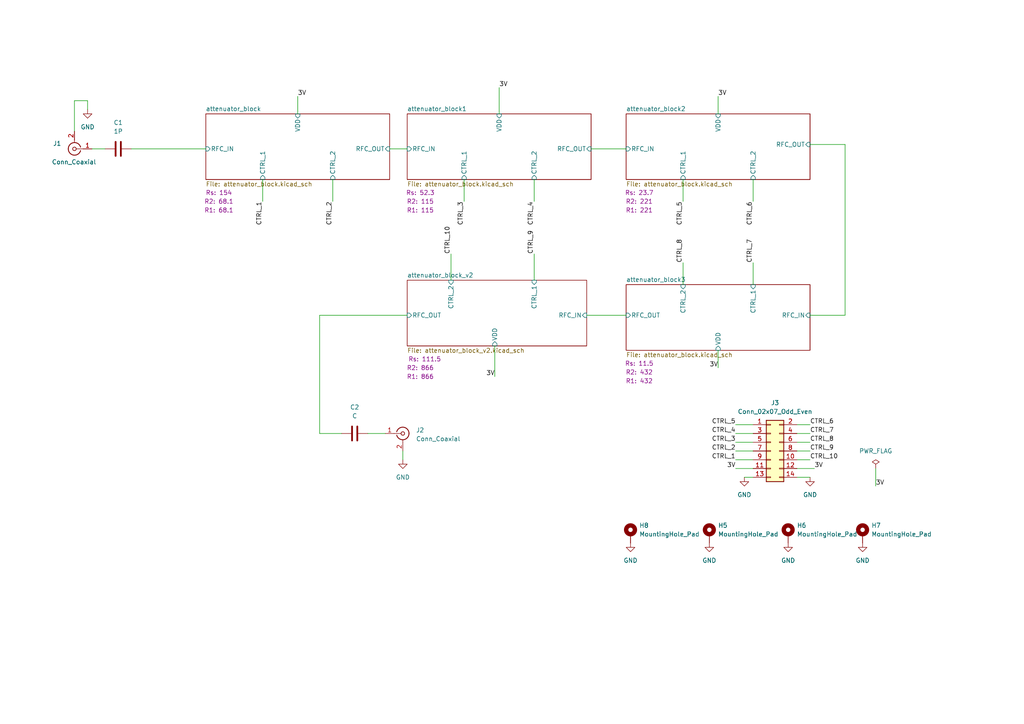
<source format=kicad_sch>
(kicad_sch (version 20230121) (generator eeschema)
  (paper "A4")
  (lib_symbols
    (symbol "Connector:Conn_Coaxial" (pin_names (offset 1.016) hide)
      (property "Reference" "J" (at 0.254 3.048 0))
      (property "Value" "Conn_Coaxial" (at 2.921 0 90))
      (symbol "Conn_Coaxial_0_1"
        (arc (start -1.778 -0.508) (mid 0.2311 -1.8066) (end 1.778 0) (stroke (width 0.254)))
        (polyline (pts (xy -2.54 0) (xy -0.508 0)))
        (polyline (pts (xy 0 -2.54) (xy 0 -1.778)))
        (circle (center 0 0) (radius 0.508) (stroke (width 0.2032)))
        (arc (start 1.778 0) (mid 0.2099 1.8101) (end -1.778 0.508) (stroke (width 0.254)))
      )
      (symbol "Conn_Coaxial_1_1"
        (pin passive line (at -5.08 0 0) (length 2.54) (name "In") (number "1"))
        (pin passive line (at 0 -5.08 90) (length 2.54) (name "Ext") (number "2"))
      )
    )
    (symbol "Connector_Generic:Conn_02x07_Odd_Even" (pin_names (offset 1.016) hide)
      (property "Reference" "J" (at 1.27 10.16 0))
      (property "Value" "Conn_02x07_Odd_Even" (at 1.27 -10.16 0))
      (symbol "Conn_02x07_Odd_Even_1_1"
        (rectangle (start -1.27 -7.493) (end 0 -7.747) (stroke (width 0.1524)))
        (rectangle (start -1.27 -4.953) (end 0 -5.207) (stroke (width 0.1524)))
        (rectangle (start -1.27 -2.413) (end 0 -2.667) (stroke (width 0.1524)))
        (rectangle (start -1.27 0.127) (end 0 -0.127) (stroke (width 0.1524)))
        (rectangle (start -1.27 2.667) (end 0 2.413) (stroke (width 0.1524)))
        (rectangle (start -1.27 5.207) (end 0 4.953) (stroke (width 0.1524)))
        (rectangle (start -1.27 7.747) (end 0 7.493) (stroke (width 0.1524)))
        (rectangle (start -1.27 8.89) (end 3.81 -8.89) (stroke (width 0.254)) (fill (type background)))
        (rectangle (start 3.81 -7.493) (end 2.54 -7.747) (stroke (width 0.1524)))
        (rectangle (start 3.81 -4.953) (end 2.54 -5.207) (stroke (width 0.1524)))
        (rectangle (start 3.81 -2.413) (end 2.54 -2.667) (stroke (width 0.1524)))
        (rectangle (start 3.81 0.127) (end 2.54 -0.127) (stroke (width 0.1524)))
        (rectangle (start 3.81 2.667) (end 2.54 2.413) (stroke (width 0.1524)))
        (rectangle (start 3.81 5.207) (end 2.54 4.953) (stroke (width 0.1524)))
        (rectangle (start 3.81 7.747) (end 2.54 7.493) (stroke (width 0.1524)))
        (pin passive line (at -5.08 7.62 0) (length 3.81) (name "Pin_1") (number "1"))
        (pin passive line (at 7.62 -2.54 180) (length 3.81) (name "Pin_10") (number "10"))
        (pin passive line (at -5.08 -5.08 0) (length 3.81) (name "Pin_11") (number "11"))
        (pin passive line (at 7.62 -5.08 180) (length 3.81) (name "Pin_12") (number "12"))
        (pin passive line (at -5.08 -7.62 0) (length 3.81) (name "Pin_13") (number "13"))
        (pin passive line (at 7.62 -7.62 180) (length 3.81) (name "Pin_14") (number "14"))
        (pin passive line (at 7.62 7.62 180) (length 3.81) (name "Pin_2") (number "2"))
        (pin passive line (at -5.08 5.08 0) (length 3.81) (name "Pin_3") (number "3"))
        (pin passive line (at 7.62 5.08 180) (length 3.81) (name "Pin_4") (number "4"))
        (pin passive line (at -5.08 2.54 0) (length 3.81) (name "Pin_5") (number "5"))
        (pin passive line (at 7.62 2.54 180) (length 3.81) (name "Pin_6") (number "6"))
        (pin passive line (at -5.08 0 0) (length 3.81) (name "Pin_7") (number "7"))
        (pin passive line (at 7.62 0 180) (length 3.81) (name "Pin_8") (number "8"))
        (pin passive line (at -5.08 -2.54 0) (length 3.81) (name "Pin_9") (number "9"))
      )
    )
    (symbol "Device:C" (pin_numbers hide) (pin_names (offset 0.254))
      (property "Reference" "C" (at 0.635 2.54 0))
      (property "Value" "C" (at 0.635 -2.54 0))
      (symbol "C_0_1"
        (polyline (pts (xy -2.032 -0.762) (xy 2.032 -0.762)) (stroke (width 0.508)))
        (polyline (pts (xy -2.032 0.762) (xy 2.032 0.762)) (stroke (width 0.508)))
      )
      (symbol "C_1_1"
        (pin passive line (at 0 3.81 270) (length 2.794) (name "~") (number "1"))
        (pin passive line (at 0 -3.81 90) (length 2.794) (name "~") (number "2"))
      )
    )
    (symbol "Mechanical:MountingHole_Pad" (pin_numbers hide) (pin_names (offset 1.016) hide)
      (property "Reference" "H" (at 0 6.35 0))
      (property "Value" "MountingHole_Pad" (at 0 4.445 0))
      (symbol "MountingHole_Pad_0_1"
        (circle (center 0 1.27) (radius 1.27) (stroke (width 1.27)))
      )
      (symbol "MountingHole_Pad_1_1"
        (pin input line (at 0 -2.54 90) (length 2.54) (name "1") (number "1"))
      )
    )
    (symbol "power:GND" (power) (pin_names (offset 0))
      (property "Value" "GND" (at 0 -3.81 0))
      (symbol "GND_0_1"
        (polyline (pts (xy 0 0) (xy 0 -1.27) (xy 1.27 -1.27) (xy 0 -2.54) (xy -1.27 -1.27) (xy 0 -1.27)))
      )
      (symbol "GND_1_1"
        (pin power_in line (at 0 0 270) (length 0) hide (name "GND") (number "1"))
      )
    )
    (symbol "power:PWR_FLAG" (power) (pin_numbers hide) (pin_names (offset 0) hide)
      (property "Value" "PWR_FLAG" (at 0 3.81 0))
      (symbol "PWR_FLAG_0_0"
        (pin power_out line (at 0 0 90) (length 0) (name "pwr") (number "1"))
      )
      (symbol "PWR_FLAG_0_1"
        (polyline (pts (xy 0 0) (xy 0 1.27) (xy -1.016 1.905) (xy 0 2.54) (xy 1.016 1.905) (xy 0 1.27)))
      )
    )
  )
  (wire (pts (xy 86.36 27.94) (xy 86.36 33.02)))
  (wire (pts (xy 245.11 41.91) (xy 234.95 41.91)))
  (wire (pts (xy 130.81 81.28) (xy 130.81 73.66)))
  (wire (pts (xy 21.59 29.21) (xy 25.4 29.21)))
  (wire (pts (xy 254 135.89) (xy 254 140.97)))
  (wire (pts (xy 154.94 52.07) (xy 154.94 58.42)))
  (wire (pts (xy 245.11 91.44) (xy 245.11 41.91)))
  (wire (pts (xy 218.44 82.55) (xy 218.44 76.2)))
  (wire (pts (xy 116.84 130.81) (xy 116.84 133.35)))
  (wire (pts (xy 213.36 123.19) (xy 218.44 123.19)))
  (wire (pts (xy 171.45 43.18) (xy 181.61 43.18)))
  (wire (pts (xy 154.94 81.28) (xy 154.94 73.66)))
  (wire (pts (xy 213.36 135.89) (xy 218.44 135.89)))
  (wire (pts (xy 231.14 125.73) (xy 234.95 125.73)))
  (wire (pts (xy 92.71 125.73) (xy 92.71 91.44)))
  (wire (pts (xy 144.78 25.4) (xy 144.78 33.02)))
  (wire (pts (xy 21.59 38.1) (xy 21.59 29.21)))
  (wire (pts (xy 208.28 106.68) (xy 208.28 101.6)))
  (wire (pts (xy 213.36 130.81) (xy 218.44 130.81)))
  (wire (pts (xy 213.36 133.35) (xy 218.44 133.35)))
  (wire (pts (xy 92.71 125.73) (xy 99.06 125.73)))
  (wire (pts (xy 231.14 130.81) (xy 234.95 130.81)))
  (wire (pts (xy 218.44 52.07) (xy 218.44 58.42)))
  (wire (pts (xy 234.95 91.44) (xy 245.11 91.44)))
  (wire (pts (xy 231.14 123.19) (xy 234.95 123.19)))
  (wire (pts (xy 231.14 133.35) (xy 234.95 133.35)))
  (wire (pts (xy 38.1 43.18) (xy 59.69 43.18)))
  (wire (pts (xy 213.36 128.27) (xy 218.44 128.27)))
  (wire (pts (xy 76.2 52.07) (xy 76.2 58.42)))
  (wire (pts (xy 213.36 125.73) (xy 218.44 125.73)))
  (wire (pts (xy 231.14 135.89) (xy 236.22 135.89)))
  (wire (pts (xy 25.4 29.21) (xy 25.4 31.75)))
  (wire (pts (xy 170.18 91.44) (xy 181.61 91.44)))
  (wire (pts (xy 106.68 125.73) (xy 111.76 125.73)))
  (wire (pts (xy 134.62 52.07) (xy 134.62 58.42)))
  (wire (pts (xy 143.51 109.22) (xy 143.51 100.33)))
  (wire (pts (xy 113.03 43.18) (xy 118.11 43.18)))
  (wire (pts (xy 96.52 52.07) (xy 96.52 58.42)))
  (wire (pts (xy 26.67 43.18) (xy 30.48 43.18)))
  (wire (pts (xy 198.12 52.07) (xy 198.12 58.42)))
  (wire (pts (xy 215.9 138.43) (xy 218.44 138.43)))
  (wire (pts (xy 208.28 27.94) (xy 208.28 33.02)))
  (wire (pts (xy 231.14 128.27) (xy 234.95 128.27)))
  (wire (pts (xy 92.71 91.44) (xy 118.11 91.44)))
  (wire (pts (xy 198.12 82.55) (xy 198.12 76.2)))
  (wire (pts (xy 231.14 138.43) (xy 234.95 138.43)))
  (label "CTRL_3" (at 213.36 128.27 180))
  (label "CTRL_4" (at 154.94 58.42 270))
  (label "CTRL_8" (at 198.12 76.2 90))
  (label "3V" (at 236.22 135.89 0))
  (label "CTRL_8" (at 234.95 128.27 0))
  (label "CTRL_2" (at 96.52 58.42 270))
  (label "3V" (at 143.51 109.22 180))
  (label "CTRL_10" (at 234.95 133.35 0))
  (label "CTRL_7" (at 218.44 76.2 90))
  (label "3V" (at 208.28 106.68 180))
  (label "CTRL_7" (at 234.95 125.73 0))
  (label "3V" (at 144.78 25.4 0))
  (label "CTRL_9" (at 154.94 73.66 90))
  (label "CTRL_6" (at 218.44 58.42 270))
  (label "CTRL_10" (at 130.81 73.66 90))
  (label "CTRL_6" (at 234.95 123.19 0))
  (label "CTRL_5" (at 198.12 58.42 270))
  (label "CTRL_5" (at 213.36 123.19 180))
  (label "CTRL_9" (at 234.95 130.81 0))
  (label "3V" (at 213.36 135.89 180))
  (label "CTRL_3" (at 134.62 58.42 270))
  (label "3V" (at 86.36 27.94 0))
  (label "3V" (at 254 140.97 0))
  (label "CTRL_1" (at 76.2 58.42 270))
  (label "CTRL_1" (at 213.36 133.35 180))
  (label "CTRL_4" (at 213.36 125.73 180))
  (label "3V" (at 208.28 27.94 0))
  (label "CTRL_2" (at 213.36 130.81 180))
  (symbol (lib_id "power:GND") (at 116.84 133.35 0) (unit 1)
    (property "Reference" "#PWR02" (effects hide))
    (property "Value" "GND" (at 116.84 138.43 0))
  )
  (symbol (lib_id "Device:C") (at 102.87 125.73 90) (unit 1)
    (property "Reference" "C2" (at 102.87 118.11 90))
    (property "Value" "C" (at 102.87 120.65 90))
    (property "Footprint" "Capacitor_SMD:C_0603_1608Metric" (effects hide))
  )
  (symbol (lib_id "power:GND") (at 234.95 138.43 0) (unit 1)
    (property "Reference" "#PWR04" (effects hide))
    (property "Value" "GND" (at 234.95 143.51 0))
  )
  (symbol (lib_id "power:GND") (at 215.9 138.43 0) (unit 1)
    (property "Reference" "#PWR03" (effects hide))
    (property "Value" "GND" (at 215.9 143.51 0))
  )
  (symbol (lib_id "power:GND") (at 25.4 31.75 0) (unit 1)
    (property "Reference" "#PWR01" (effects hide))
    (property "Value" "GND" (at 25.4 36.83 0))
  )
  (symbol (lib_id "Connector_Generic:Conn_02x07_Odd_Even") (at 223.52 130.81 0) (unit 1)
    (property "Reference" "J3" (at 224.79 116.84 0))
    (property "Value" "Conn_02x07_Odd_Even" (at 224.79 119.38 0))
    (property "Footprint" "Connector_PinSocket_1.27mm:PinSocket_2x07_P1.27mm_Vertical" (effects hide))
  )
  (symbol (lib_id "Mechanical:MountingHole_Pad") (at 205.74 154.94 0) (unit 1)
    (property "Reference" "H5" (at 208.28 152.4 0) (effects (justify left)))
    (property "Value" "MountingHole_Pad" (at 208.28 154.94 0) (effects (justify left)))
    (property "Footprint" "MountingHole:MountingHole_3.2mm_M3_Pad_TopBottom" (effects hide))
  )
  (symbol (lib_id "Mechanical:MountingHole_Pad") (at 250.19 154.94 0) (unit 1)
    (property "Reference" "H7" (at 252.73 152.4 0) (effects (justify left)))
    (property "Value" "MountingHole_Pad" (at 252.73 154.94 0) (effects (justify left)))
    (property "Footprint" "MountingHole:MountingHole_3.2mm_M3_Pad_TopBottom" (effects hide))
  )
  (symbol (lib_id "power:GND") (at 205.74 157.48 0) (unit 1)
    (property "Reference" "#PWR035" (effects hide))
    (property "Value" "GND" (at 205.74 162.56 0))
  )
  (symbol (lib_id "Mechanical:MountingHole_Pad") (at 182.88 154.94 0) (unit 1)
    (property "Reference" "H8" (at 185.42 152.4 0) (effects (justify left)))
    (property "Value" "MountingHole_Pad" (at 185.42 154.94 0) (effects (justify left)))
    (property "Footprint" "MountingHole:MountingHole_3.2mm_M3_Pad_TopBottom" (effects hide))
  )
  (symbol (lib_id "Connector:Conn_Coaxial") (at 116.84 125.73 0) (unit 1)
    (property "Reference" "J2" (at 120.65 124.7532 0) (effects (justify left)))
    (property "Value" "Conn_Coaxial" (at 120.65 127.2932 0) (effects (justify left)))
    (property "Footprint" "Connector_Coaxial:SMA_Amphenol_132289_EdgeMount" (effects hide))
    (property "Datasheet" " ~" (effects hide))
  )
  (symbol (lib_id "Mechanical:MountingHole_Pad") (at 228.6 154.94 0) (unit 1)
    (property "Reference" "H6" (at 231.14 152.4 0) (effects (justify left)))
    (property "Value" "MountingHole_Pad" (at 231.14 154.94 0) (effects (justify left)))
    (property "Footprint" "MountingHole:MountingHole_3.2mm_M3_Pad_TopBottom" (effects hide))
  )
  (symbol (lib_id "power:GND") (at 250.19 157.48 0) (unit 1)
    (property "Reference" "#PWR037" (effects hide))
    (property "Value" "GND" (at 250.19 162.56 0))
  )
  (symbol (lib_id "power:PWR_FLAG") (at 254 135.89 0) (unit 1)
    (property "Reference" "#FLG01" (effects hide))
    (property "Value" "PWR_FLAG" (at 254 130.81 0))
  )
  (symbol (lib_id "power:GND") (at 228.6 157.48 0) (unit 1)
    (property "Reference" "#PWR036" (effects hide))
    (property "Value" "GND" (at 228.6 162.56 0))
  )
  (symbol (lib_id "power:GND") (at 182.88 157.48 0) (unit 1)
    (property "Reference" "#PWR038" (effects hide))
    (property "Value" "GND" (at 182.88 162.56 0))
  )
  (symbol (lib_id "Device:C") (at 34.29 43.18 90) (unit 1)
    (property "Reference" "C1" (at 34.29 35.56 90))
    (property "Value" "1P" (at 34.29 38.1 90))
    (property "Footprint" "Capacitor_SMD:C_0603_1608Metric" (effects hide))
  )
  (symbol (lib_id "Connector:Conn_Coaxial") (at 21.59 43.18 180) (unit 1)
    (property "Reference" "J1" (at 17.78 41.6168 0) (effects (justify left)))
    (property "Value" "Conn_Coaxial" (at 27.94 46.99 0) (effects (justify left)))
    (property "Footprint" "Connector_Coaxial:SMA_Amphenol_132289_EdgeMount" (effects hide))
    (property "Datasheet" " ~" (effects hide))
  )
  (sheet (at 118.11 81.28) (size 52.07 19.05) (stroke (width 0.1524))
    (property "Sheetname" "attenuator_block_v2" (at 118.11 80.5684 0) (effects (justify left bottom)))
    (property "Sheetfile" "attenuator_block_v2.kicad_sch" (at 118.11 100.9146 0) (effects (justify left top)))
    (property "R1" "866" (at 121.92 109.22 0) (show_name))
    (property "R2" "866" (at 121.92 106.68 0) (show_name))
    (property "Rs" "111.5" (at 123.19 104.14 0) (show_name))
    (pin "CTRL_2" input (at 130.81 81.28 90))
    (pin "RFC_OUT" input (at 118.11 91.44 180))
    (pin "VDD" input (at 143.51 100.33 270))
    (pin "RFC_IN" input (at 170.18 91.44 0))
    (pin "CTRL_1" input (at 154.94 81.28 90))
  )
  (sheet (at 181.61 82.55) (size 53.34 19.05) (stroke (width 0.1524))
    (property "Sheetname" "attenuator_block3" (at 181.61 81.8384 0) (effects (justify left bottom)))
    (property "Sheetfile" "attenuator_block.kicad_sch" (at 181.61 102.1846 0) (effects (justify left top)))
    (property "R1" "432" (at 185.42 110.49 0) (show_name))
    (property "R2" "432" (at 185.42 107.95 0) (show_name))
    (property "Rs" "11.5" (at 185.42 105.41 0) (show_name))
    (pin "VDD" input (at 208.28 101.6 270))
    (pin "RFC_IN" input (at 234.95 91.44 0))
    (pin "CTRL_1" input (at 218.44 82.55 90))
    (pin "CTRL_2" input (at 198.12 82.55 90))
    (pin "RFC_OUT" input (at 181.61 91.44 180))
  )
  (sheet (at 118.11 33.02) (size 53.34 19.05) (stroke (width 0.1524))
    (property "Sheetname" "attenuator_block1" (at 118.11 32.3084 0) (effects (justify left bottom)))
    (property "Sheetfile" "attenuator_block.kicad_sch" (at 118.11 52.6546 0) (effects (justify left top)))
    (property "R1" "115" (at 121.92 60.96 0) (show_name))
    (property "R2" "115" (at 121.92 58.42 0) (show_name))
    (property "Rs" "52.3" (at 121.92 55.88 0) (show_name))
    (pin "VDD" input (at 144.78 33.02 90))
    (pin "RFC_IN" input (at 118.11 43.18 180))
    (pin "CTRL_1" input (at 134.62 52.07 270))
    (pin "CTRL_2" input (at 154.94 52.07 270))
    (pin "RFC_OUT" input (at 171.45 43.18 0))
  )
  (sheet (at 181.61 33.02) (size 53.34 19.05) (stroke (width 0.1524))
    (property "Sheetname" "attenuator_block2" (at 181.61 32.3084 0) (effects (justify left bottom)))
    (property "Sheetfile" "attenuator_block.kicad_sch" (at 181.61 52.6546 0) (effects (justify left top)))
    (property "R1" "221" (at 185.42 60.96 0) (show_name))
    (property "R2" "221" (at 185.42 58.42 0) (show_name))
    (property "Rs" "23.7" (at 185.42 55.88 0) (show_name))
    (pin "VDD" input (at 208.28 33.02 90))
    (pin "RFC_IN" input (at 181.61 43.18 180))
    (pin "CTRL_1" input (at 198.12 52.07 270))
    (pin "CTRL_2" input (at 218.44 52.07 270))
    (pin "RFC_OUT" input (at 234.95 41.91 0))
  )
  (sheet (at 59.69 33.02) (size 53.34 19.05) (stroke (width 0.1524))
    (property "Sheetname" "attenuator_block" (at 59.69 32.3084 0) (effects (justify left bottom)))
    (property "Sheetfile" "attenuator_block.kicad_sch" (at 59.69 52.6546 0) (effects (justify left top)))
    (property "R1" "68.1" (at 63.5 60.96 0) (show_name))
    (property "R2" "68.1" (at 63.5 58.42 0) (show_name))
    (property "Rs" "154" (at 63.5 55.88 0) (show_name))
    (pin "VDD" input (at 86.36 33.02 90))
    (pin "RFC_IN" input (at 59.69 43.18 180))
    (pin "CTRL_1" input (at 76.2 52.07 270))
    (pin "CTRL_2" input (at 96.52 52.07 270))
    (pin "RFC_OUT" input (at 113.03 43.18 0))
  )
)
</source>
